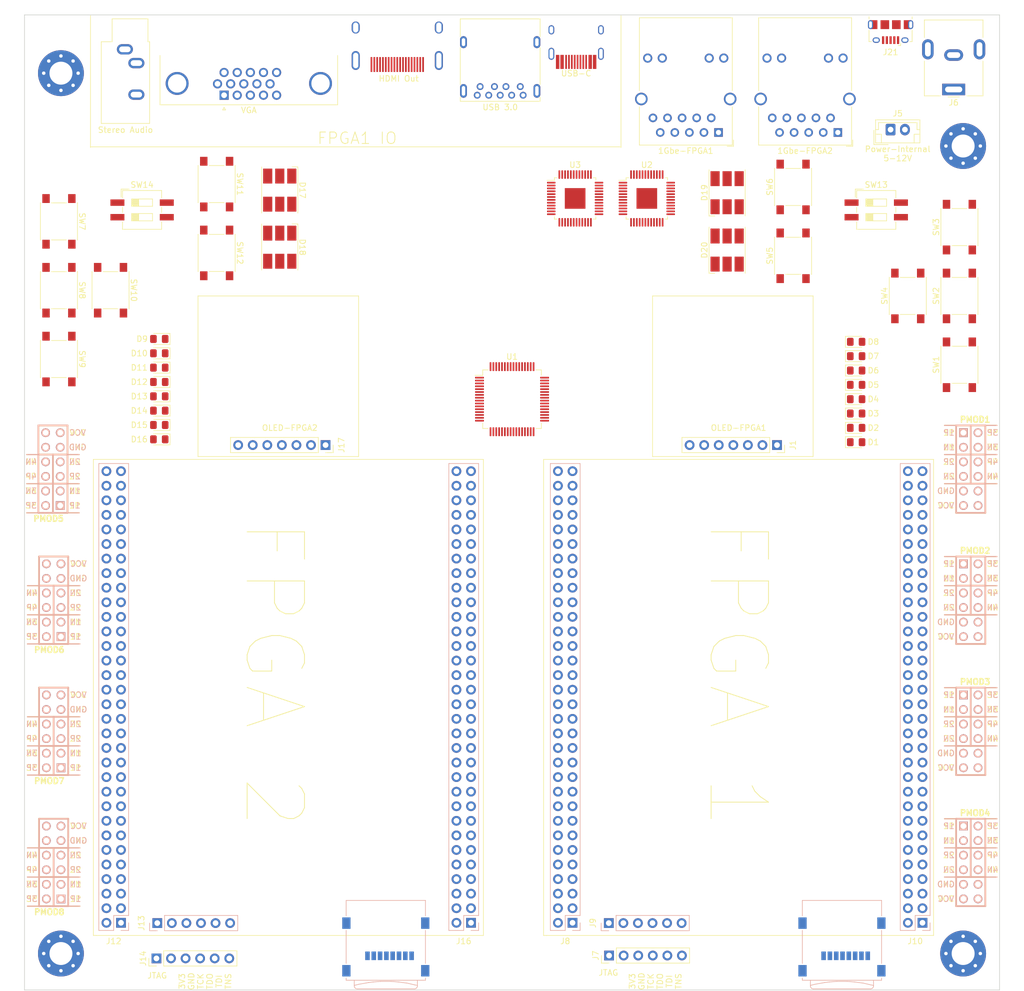
<source format=kicad_pcb>
(kicad_pcb (version 20211014) (generator pcbnew)
  (layers (0 "F.Cu" signal) (31 "B.Cu" signal) (34 "B.Paste" user) (35 "F.Paste" user) (36 "B.SilkS" user "B.Silkscreen") (37 "F.SilkS" user "F.Silkscreen") (38 "B.Mask" user) (39 "F.Mask" user) (44 "Edge.Cuts" user))
  (net 0 "")
  (net 1 "+5V")
  (net 2 "GND")
  (net 3 "+3V3")
  (net 4 "VCC")
  (net 5 "Net-(J7-Pad1)")
  (net 6 "Net-(J7-Pad2)")
  (net 7 "Net-(J7-Pad3)")
  (net 8 "Net-(J7-Pad4)")
  (net 9 "Net-(J7-Pad5)")
  (net 10 "Net-(J7-Pad6)")
  (net 11 "Net-(J11-Pad9)")
  (net 12 "Net-(J13-Pad6)")
  (net 13 "Net-(J13-Pad5)")
  (net 14 "Net-(J13-Pad4)")
  (net 15 "Net-(J13-Pad3)")
  (net 16 "Net-(J13-Pad2)")
  (net 17 "Net-(J13-Pad1)")
  (net 18 "Net-(SW1-Pad2)")
  (net 19 "Net-(SW1-Pad1)")
  (net 20 "Net-(SW2-Pad2)")
  (net 21 "Net-(SW2-Pad1)")
  (net 22 "Net-(SW3-Pad2)")
  (net 23 "Net-(SW3-Pad1)")
  (net 24 "Net-(SW4-Pad2)")
  (net 25 "Net-(SW4-Pad1)")
  (net 26 "Net-(SW5-Pad2)")
  (net 27 "Net-(SW5-Pad1)")
  (net 28 "Net-(SW6-Pad2)")
  (net 29 "Net-(SW6-Pad1)")
  (net 30 "Net-(SW7-Pad2)")
  (net 31 "Net-(SW7-Pad1)")
  (net 32 "Net-(SW8-Pad2)")
  (net 33 "Net-(SW8-Pad1)")
  (net 34 "Net-(SW9-Pad2)")
  (net 35 "Net-(SW9-Pad1)")
  (net 36 "Net-(SW10-Pad2)")
  (net 37 "Net-(SW10-Pad1)")
  (net 38 "Net-(SW11-Pad2)")
  (net 39 "Net-(SW11-Pad1)")
  (net 40 "Net-(SW12-Pad2)")
  (net 41 "Net-(SW12-Pad1)")
  (net 42 "Net-(J15-Pad9)")
  (net 43 "Net-(J21-Pad6)")
  (net 44 "Net-(J2-PadSH)")
  (net 45 "Net-(J18-Pad10)")
  (net 46 "Net-(U2-Pad2)")
  (net 47 "Net-(U3-Pad2)")
  (net 48 "Net-(J19-PadSH)")
  (net 49 "Net-(J20-PadSH)")
  (footprint "Package_QFP:LQFP-64_10x10mm_P0.5mm" (layer "F.Cu") (at 150.559999 138.500001)
    (fp_text reference "U1")
    (fp_text value "FT4232H")
  )
  (footprint "MountingHole:MountingHole_4mm_Pad_Via" (layer "F.Cu") (at 71.909999 81.660001)
    (fp_text reference "REF**" hide)
    (fp_text value "MountingHole_4mm_Pad_Via")
  )
  (footprint "MountingHole:MountingHole_4mm_Pad_Via" (layer "F.Cu") (at 229.209999 94.360001)
    (fp_text reference "REF**" hide)
    (fp_text value "MountingHole_4mm_Pad_Via")
  )
  (footprint "MountingHole:MountingHole_4mm_Pad_Via" (layer "F.Cu") (at 229.209999 235.150001)
    (fp_text reference "REF**" hide)
    (fp_text value "MountingHole_4mm_Pad_Via")
  )
  (footprint "MountingHole:MountingHole_4mm_Pad_Via" (layer "F.Cu") (at 71.909999 235.150001)
    (fp_text reference "REF**" hide)
    (fp_text value "MountingHole_4mm_Pad_Via")
  )
  (footprint "Connector_BarrelJack:BarrelJack_CUI_PJ-063AH_Horizontal" (layer "F.Cu") (at 227.559999 84.500001 180)
    (fp_text reference "J6")
    (fp_text value "Barrel_Jack_Switch")
  )
  (footprint "Connector_PinHeader_2.54mm:PinHeader_1x06_P2.54mm_Vertical" (layer "F.Cu") (at 88.559999 236.000001 90)
    (fp_text reference "J14")
    (fp_text value "JTAG-FPGA2")
  )
  (footprint "Connector_PinHeader_2.54mm:PinHeader_1x06_P2.54mm_Vertical" (layer "F.Cu") (at 167.479999 235.500001 90)
    (fp_text reference "J7")
    (fp_text value "JTAG-FPGA1")
  )
  (footprint "Connector_PinSocket_2.54mm:PinSocket_1x07_P2.54mm_Vertical" (layer "F.Cu") (at 196.759999 146.500001 -90)
    (fp_text reference "J1")
    (fp_text value "OLED-FPGA1")
  )
  (footprint "Connector_PinSocket_2.54mm:PinSocket_1x07_P2.54mm_Vertical" (layer "F.Cu") (at 118.049999 146.500001 -90)
    (fp_text reference "J17")
    (fp_text value "OLED-FPGA2")
  )
  (footprint "Button_Switch_SMD:SW_SPST_PTS645" (layer "F.Cu") (at 228.559999 132.500001 90)
    (fp_text reference "SW1")
    (fp_text value "SW_Push")
  )
  (footprint "Button_Switch_SMD:SW_SPST_PTS645" (layer "F.Cu") (at 219.559999 120.500001 90)
    (fp_text reference "SW4")
    (fp_text value "SW_Push")
  )
  (footprint "Button_Switch_SMD:SW_SPST_PTS645" (layer "F.Cu") (at 199.559999 113.500001 90)
    (fp_text reference "SW5")
    (fp_text value "SW_Push")
  )
  (footprint "Button_Switch_SMD:SW_SPST_PTS645" (layer "F.Cu") (at 199.559999 101.500001 90)
    (fp_text reference "SW6")
    (fp_text value "SW_Push")
  )
  (footprint "Button_Switch_SMD:SW_SPST_PTS645" (layer "F.Cu") (at 71.559999 107.500001 -90)
    (fp_text reference "SW7")
    (fp_text value "SW_Push")
  )
  (footprint "Button_Switch_SMD:SW_SPST_PTS645" (layer "F.Cu") (at 71.559999 119.500001 -90)
    (fp_text reference "SW8")
    (fp_text value "SW_Push")
  )
  (footprint "Button_Switch_SMD:SW_SPST_PTS645" (layer "F.Cu") (at 71.559999 131.500001 -90)
    (fp_text reference "SW9")
    (fp_text value "SW_Push")
  )
  (footprint "Button_Switch_SMD:SW_SPST_PTS645" (layer "F.Cu") (at 80.559999 119.500001 -90)
    (fp_text reference "SW10")
    (fp_text value "SW_Push")
  )
  (footprint "Button_Switch_SMD:SW_SPST_PTS645" (layer "F.Cu") (at 99.059999 101.000001 -90)
    (fp_text reference "SW11")
    (fp_text value "SW_Push")
  )
  (footprint "Button_Switch_SMD:SW_SPST_PTS645" (layer "F.Cu") (at 99.059999 113.000001 -90)
    (fp_text reference "SW12")
    (fp_text value "SW_Push")
  )
  (footprint "Button_Switch_SMD:SW_SPST_PTS645" (layer "F.Cu") (at 228.559999 108.500001 90)
    (fp_text reference "SW3")
    (fp_text value "SW_Push")
  )
  (footprint "Button_Switch_SMD:SW_SPST_PTS645" (layer "F.Cu") (at 228.559999 120.500001 90)
    (fp_text reference "SW2")
    (fp_text value "SW_Push")
  )
  (footprint "Connector_Dsub:DSUB-15-HD_Female_Horizontal_P2.29x1.98mm_EdgePinOffset3.03mm_Housed_MountingHolesOffset4.94mm" (layer "F.Cu") (at 100.354999 85.500001 180)
    (fp_text reference "VGA")
    (fp_text value "DB15_Female_HighDensity")
  )
  (footprint "Connector_JST:JST_EH_B2B-EH-A_1x02_P2.50mm_Vertical" (layer "F.Cu") (at 216.559999 91.500001)
    (fp_text reference "J5")
    (fp_text value "Power-Internal")
  )
  (footprint "LED_SMD:LED_0805_2012Metric_Pad1.15x1.40mm_HandSolder" (layer "F.Cu") (at 210.559999 146.000001)
    (fp_text reference "D1")
    (fp_text value "LED")
  )
  (footprint "LED_SMD:LED_0805_2012Metric_Pad1.15x1.40mm_HandSolder" (layer "F.Cu") (at 210.559999 138.500001)
    (fp_text reference "D4")
    (fp_text value "LED")
  )
  (footprint "LED_SMD:LED_0805_2012Metric_Pad1.15x1.40mm_HandSolder" (layer "F.Cu") (at 210.559999 136.000001)
    (fp_text reference "D5")
    (fp_text value "LED")
  )
  (footprint "LED_SMD:LED_0805_2012Metric_Pad1.15x1.40mm_HandSolder" (layer "F.Cu") (at 210.559999 133.500001)
    (fp_text reference "D6")
    (fp_text value "LED")
  )
  (footprint "LED_SMD:LED_0805_2012Metric_Pad1.15x1.40mm_HandSolder" (layer "F.Cu") (at 210.559999 131.000001)
    (fp_text reference "D7")
    (fp_text value "LED")
  )
  (footprint "LED_SMD:LED_0805_2012Metric_Pad1.15x1.40mm_HandSolder" (layer "F.Cu") (at 210.559999 128.500001)
    (fp_text reference "D8")
    (fp_text value "LED")
  )
  (footprint "LED_SMD:LED_0805_2012Metric_Pad1.15x1.40mm_HandSolder" (layer "F.Cu") (at 89.059999 128.000001 180)
    (fp_text reference "D9")
    (fp_text value "LED")
  )
  (footprint "LED_SMD:LED_0805_2012Metric_Pad1.15x1.40mm_HandSolder" (layer "F.Cu") (at 89.059999 133.000001 180)
    (fp_text reference "D11")
    (fp_text value "LED")
  )
  (footprint "LED_SMD:LED_0805_2012Metric_Pad1.15x1.40mm_HandSolder" (layer "F.Cu") (at 89.059999 135.500001 180)
    (fp_text reference "D12")
    (fp_text value "LED")
  )
  (footprint "LED_SMD:LED_0805_2012Metric_Pad1.15x1.40mm_HandSolder" (layer "F.Cu") (at 89.059999 140.500001 180)
    (fp_text reference "D14")
    (fp_text value "LED")
  )
  (footprint "LED_SMD:LED_0805_2012Metric_Pad1.15x1.40mm_HandSolder" (layer "F.Cu") (at 89.059999 143.000001 180)
    (fp_text reference "D15")
    (fp_text value "LED")
  )
  (footprint "LED_SMD:LED_0805_2012Metric_Pad1.15x1.40mm_HandSolder" (layer "F.Cu") (at 89.059999 145.500001 180)
    (fp_text reference "D16")
    (fp_text value "LED")
  )
  (footprint "LED_SMD:LED_0805_2012Metric_Pad1.15x1.40mm_HandSolder" (layer "F.Cu") (at 210.559999 143.500001)
    (fp_text reference "D2")
    (fp_text value "LED")
  )
  (footprint "LED_SMD:LED_0805_2012Metric_Pad1.15x1.40mm_HandSolder" (layer "F.Cu") (at 210.559999 141.000001)
    (fp_text reference "D3")
    (fp_text value "LED")
  )
  (footprint "LED_SMD:LED_0805_2012Metric_Pad1.15x1.40mm_HandSolder" (layer "F.Cu") (at 89.059999 130.500001 180)
    (fp_text reference "D10")
    (fp_text value "LED")
  )
  (footprint "LED_SMD:LED_0805_2012Metric_Pad1.15x1.40mm_HandSolder" (layer "F.Cu") (at 89.059999 138.000001 180)
    (fp_text reference "D13")
    (fp_text value "LED")
  )
  (footprint "LED_SMD:LED_RGB_Cree-PLCC-6_6x5mm_P2.1mm" (layer "F.Cu") (at 110.059999 102.050001 -90)
    (fp_text reference "D17")
    (fp_text value "LED_ABGR")
  )
  (footprint "LED_SMD:LED_RGB_Cree-PLCC-6_6x5mm_P2.1mm" (layer "F.Cu") (at 188.059999 102.500001 90)
    (fp_text reference "D19")
    (fp_text value "LED_ABGR")
  )
  (footprint "LED_SMD:LED_RGB_Cree-PLCC-6_6x5mm_P2.1mm" (layer "F.Cu") (at 188.059999 112.500001 90)
    (fp_text reference "D20")
    (fp_text value "LED_ABGR")
  )
  (footprint "LED_SMD:LED_RGB_Cree-PLCC-6_6x5mm_P2.1mm" (layer "F.Cu") (at 110.059999 112.000001 -90)
    (fp_text reference "D18")
    (fp_text value "LED_ABGR")
  )
  (footprint "CarlosEDP_Lib:HDMI_15mm" (layer "F.Cu") (at 130.799999 79.500001 180)
    (fp_text reference "HDMI Out")
    (fp_text value "HDMI_A_1.4" hide)
  )
  (footprint "Connector_Audio:Jack_3.5mm_CUI_SJ1-3533NG_Horizontal" (layer "F.Cu") (at 83.059999 77.500001)
    (fp_text reference "J3" hide)
    (fp_text value "Stereo Audio")
  )
  (footprint "Connector_USB:USB3_A_Molex_48393-001" (layer "F.Cu") (at 151.994999 84.000001 180)
    (fp_text reference "USB 3.0")
    (fp_text value "USB3_A")
  )
  (footprint "Type-C:HRO-TYPE-C-31-M-12-HandSoldering" (layer "F.Cu") (at 161.734998 71.500001 180)
    (fp_text reference "USB-C")
    (fp_text value "USB_C_Plug")
  )
  (footprint "Connector_USB:USB_Micro-B_Amphenol_10118194_Horizontal" (layer "F.Cu") (at 216.559999 74.500001 180)
    (fp_text reference "J21")
    (fp_text value "USB_B_Micro")
  )
  (footprint "Button_Switch_SMD:SW_DIP_SPSTx02_Slide_6.7x6.64mm_W8.61mm_P2.54mm_LowProfile" (layer "F.Cu") (at 214.059999 105.500001)
    (fp_text reference "SW13")
    (fp_text value "SW_DIP_x02")
  )
  (footprint "Button_Switch_SMD:SW_DIP_SPSTx02_Slide_6.7x6.64mm_W8.61mm_P2.54mm_LowProfile" (layer "F.Cu") (at 86.059999 105.500001)
    (fp_text reference "SW14")
    (fp_text value "SW_DIP_x02")
  )
  (footprint "Package_QFP:LQFP-48-1EP_7x7mm_P0.5mm_EP3.6x3.6mm" (layer "F.Cu") (at 161.559999 103.500001)
    (fp_text reference "U3")
    (fp_text value "RTL8211EG-VB-CG")
  )
  (footprint "Package_QFP:LQFP-48-1EP_7x7mm_P0.5mm_EP3.6x3.6mm" (layer "F.Cu") (at 174.059999 103.500001)
    (fp_text reference "U2")
    (fp_text value "RTL8211EG-VB-CG")
  )
  (footprint "Connector_RJ:RJ45_Wuerth_7499111446_Horizontal" (layer "F.Cu") (at 186.559999 92.000001 180)
    (fp_text reference "1Gbe-FPGA1")
    (fp_text value "1Gbe-FPGA1")
  )
  (footprint "Connector_RJ:RJ45_Wuerth_7499111446_Horizontal" (layer "F.Cu") (at 207.359999 92.000001 180)
    (fp_text reference "1Gbe-FPGA2")
    (fp_text value "1Gbe-FPGA1")
  )
  (footprint "Connector_PinSocket_2.54mm:PinSocket_2x32_P2.54mm_Vertical" (layer "B.Cu") (at 82.380998 229.793001)
    (fp_text reference "J12")
    (fp_text value "Conn_02x32_Odd_Even")
  )
  (footprint "Connector_PinSocket_2.54mm:PinSocket_2x32_P2.54mm_Vertical" (layer "B.Cu") (at 222.120999 229.793001)
    (fp_text reference "J10")
    (fp_text value "Conn_02x32_Odd_Even")
  )
  (footprint "Connector_PinSocket_2.54mm:PinSocket_1x06_P2.54mm_Vertical" (layer "B.Cu") (at 167.430998 229.843001 -90)
    (fp_text reference "J9")
    (fp_text value "Conn_01x06_Female")
  )
  (footprint "Connector_PinSocket_2.54mm:PinSocket_2x32_P2.54mm_Vertical" (layer "B.Cu") (at 161.105998 229.793001)
    (fp_text reference "J8")
    (fp_text value "Conn_02x32_Odd_Even")
  )
  (footprint "Connector_PinSocket_2.54mm:PinSocket_2x32_P2.54mm_Vertical" (layer "B.Cu") (at 143.405998 229.793001)
    (fp_text reference "J16")
    (fp_text value "Conn_02x32_Odd_Even")
  )
  (footprint "PMOD:pmod_pin_array_6x2_hs" (layer "B.Cu") (at 230.532999 150.695001 180)
    (fp_text reference "PMOD1")
    (fp_text value "PMOD-Host-x2-GPIO" hide)
  )
  (footprint "PMOD:pmod_pin_array_6x2_hs" (layer "B.Cu") (at 230.532999 173.555001 180)
    (fp_text reference "PMOD2")
    (fp_text value "PMOD-Host-x2-GPIO" hide)
  )
  (footprint "PMOD:pmod_pin_array_6x2_hs" (layer "B.Cu") (at 230.532999 196.415001 180)
    (fp_text reference "PMOD3")
    (fp_text value "PMOD-Host-x2-GPIO" hide)
  )
  (footprint "PMOD:pmod_pin_array_6x2_hs" (layer "B.Cu") (at 230.532999 219.275001 180)
    (fp_text reference "PMOD4")
    (fp_text value "PMOD-Host-x2-GPIO" hide)
  )
  (footprint "PMOD:pmod_pin_array_6x2_hs" (layer "B.Cu") (at 70.512999 150.695001)
    (fp_text reference "PMOD5")
    (fp_text value "PMOD-Host-x2-GPIO" hide)
  )
  (footprint "PMOD:pmod_pin_array_6x2_hs" (layer "B.Cu") (at 70.639999 173.555001)
    (fp_text reference "PMOD6")
    (fp_text value "PMOD-Host-x2-GPIO" hide)
  )
  (footprint "PMOD:pmod_pin_array_6x2_hs" (layer "B.Cu") (at 70.639999 219.275001)
    (fp_text reference "PMOD8")
    (fp_text value "PMOD-Host-x2-GPIO" hide)
  )
  (footprint "PMOD:pmod_pin_array_6x2_hs" (layer "B.Cu") (at 70.639999 196.415001)
    (fp_text reference "PMOD7")
    (fp_text value "PMOD-Host-x2-GPIO" hide)
  )
  (footprint "Connector_Card:microSD_HC_Wuerth_693072010801" (layer "B.Cu") (at 208.080999 234.000001)
    (fp_text reference "J11" hide)
    (fp_text value "Micro_SD_Card")
  )
  (footprint "Connector_Card:microSD_HC_Wuerth_693072010801" (layer "B.Cu") (at 128.551999 234.000001)
    (fp_text reference "J15" hide)
    (fp_text value "Micro_SD_Card")
  )
  (footprint "Connector_PinSocket_2.54mm:PinSocket_1x06_P2.54mm_Vertical" (layer "B.Cu") (at 88.705998 229.843001 -90)
    (fp_text reference "J13")
    (fp_text value "Conn_01x06_Female")
  )
  (gr_line (start 175.059999 148.500001) (end 203.059999 148.500001) (layer "F.SilkS") (width 0.12))
  (gr_line (start 95.809999 148.500001) (end 123.809999 148.500001) (layer "F.SilkS") (width 0.12))
  (gr_line (start 77.559999 232.000001) (end 78.059999 232.000001) (layer "F.SilkS") (width 0.12))
  (gr_line (start 224.059999 149.000001) (end 156.059999 149.000001) (layer "F.SilkS") (width 0.12))
  (gr_line (start 156.059999 232.000001) (end 156.559999 232.000001) (layer "F.SilkS") (width 0.12))
  (gr_line (start 156.059999 149.000001) (end 156.059999 232.000001) (layer "F.SilkS") (width 0.12))
  (gr_line (start 224.059999 232.000001) (end 224.059999 149.000001) (layer "F.SilkS") (width 0.12))
  (gr_line (start 156.559999 232.000001) (end 224.059999 232.000001) (layer "F.SilkS") (width 0.12))
  (gr_line (start 203.059999 148.500001) (end 203.059999 120.500001) (layer "F.SilkS") (width 0.12))
  (gr_line (start 145.559999 232.000001) (end 145.559999 149.000001) (layer "F.SilkS") (width 0.12))
  (gr_line (start 123.809999 148.500001) (end 123.809999 120.500001) (layer "F.SilkS") (width 0.12))
  (gr_line (start 169.559999 94.500001) (end 77.059999 94.500001) (layer "F.SilkS") (width 0.12))
  (gr_line (start 145.559999 149.000001) (end 77.559999 149.000001) (layer "F.SilkS") (width 0.12))
  (gr_line (start 203.059999 120.500001) (end 175.059999 120.500001) (layer "F.SilkS") (width 0.12))
  (gr_line (start 95.809999 120.500001) (end 95.809999 148.500001) (layer "F.SilkS") (width 0.12))
  (gr_line (start 169.559999 71.620001) (end 169.559999 94.620001) (layer "F.SilkS") (width 0.12))
  (gr_line (start 123.809999 120.500001) (end 95.809999 120.500001) (layer "F.SilkS") (width 0.12))
  (gr_line (start 78.059999 232.000001) (end 145.559999 232.000001) (layer "F.SilkS") (width 0.12))
  (gr_line (start 77.559999 149.000001) (end 77.559999 232.000001) (layer "F.SilkS") (width 0.12))
  (gr_line (start 77.059999 94.620001) (end 77.059999 71.620001) (layer "F.SilkS") (width 0.12))
  (gr_line (start 175.059999 120.500001) (end 175.059999 148.500001) (layer "F.SilkS") (width 0.12))
  (gr_line (start 65.559999 71.500001) (end 65.559999 241.500001) (layer "Edge.Cuts") (width 0.12))
  (gr_line (start 235.559999 71.500001) (end 65.559999 71.500001) (layer "Edge.Cuts") (width 0.12))
  (gr_line (start 65.559999 241.500001) (end 235.559999 241.500001) (layer "Edge.Cuts") (width 0.12))
  (gr_line (start 235.559999 241.500001) (end 235.559999 71.500001) (layer "Edge.Cuts") (width 0.12))
  (gr_text "FPGA 2" (at 108.993999 186.382001 -90) (layer "F.SilkS") (effects (font (size 10 10))))
  (gr_text "3V3\nGND\nTCK\nTDO\nTDI\nTNS" (at 97.059999 240.000001 90) (layer "F.SilkS") (effects (font (size 1 1))))
  (gr_text "FPGA1 IO" (at 123.559999 93.000001) (layer "F.SilkS") (effects (font (size 2 2))))
  (gr_text "FPGA 1" (at 189.892999 186.382001 -90) (layer "F.SilkS") (effects (font (size 10 10))))
  (gr_text "3V3\nGND\nTCK\nTDO\nTDI\nTNS" (at 175.559999 240.000001 90) (layer "F.SilkS") (effects (font (size 1 1))))
)
</source>
